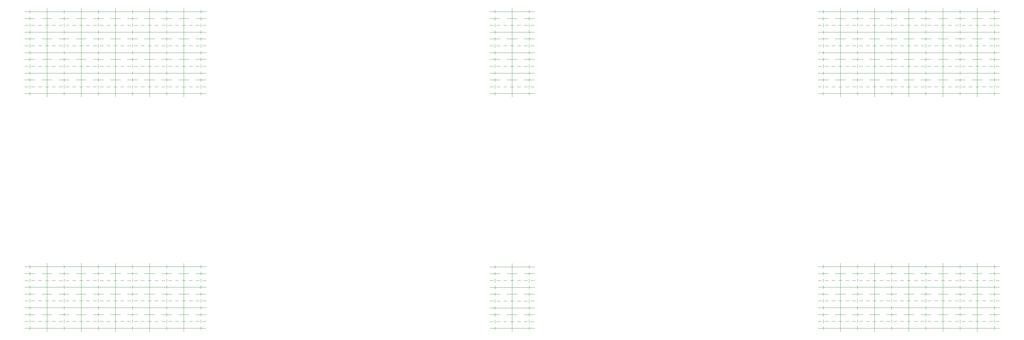
<source format=gbo>
%TF.GenerationSoftware,KiCad,Pcbnew,(5.1.10-1-10_14)*%
%TF.CreationDate,2021-07-02T05:57:47+09:00*%
%TF.ProjectId,Jones_plate_bottom,4a6f6e65-735f-4706-9c61-74655f626f74,rev?*%
%TF.SameCoordinates,Original*%
%TF.FileFunction,Legend,Bot*%
%TF.FilePolarity,Positive*%
%FSLAX46Y46*%
G04 Gerber Fmt 4.6, Leading zero omitted, Abs format (unit mm)*
G04 Created by KiCad (PCBNEW (5.1.10-1-10_14)) date 2021-07-02 05:57:47*
%MOMM*%
%LPD*%
G01*
G04 APERTURE LIST*
%ADD10C,0.120000*%
G04 APERTURE END LIST*
D10*
X163425000Y-40000000D02*
X164425000Y-40000000D01*
X162925000Y-25500000D02*
X162925000Y-26500000D01*
X152925000Y-25500000D02*
X152925000Y-26500000D01*
X159425000Y-22000000D02*
X160425000Y-22000000D01*
X161425000Y-26000000D02*
X164425000Y-26000000D01*
X151425000Y-26000000D02*
X154425000Y-26000000D01*
X151425000Y-36000000D02*
X164500000Y-36000000D01*
X153425000Y-40000000D02*
X154425000Y-40000000D01*
X163425000Y-22000000D02*
X164425000Y-22000000D01*
X153425000Y-22000000D02*
X154425000Y-22000000D01*
X159425000Y-34000000D02*
X160425000Y-34000000D01*
X161425000Y-34000000D02*
X162425000Y-34000000D01*
X151425000Y-34000000D02*
X152425000Y-34000000D01*
X162925000Y-29500000D02*
X162925000Y-30500000D01*
X152925000Y-29500000D02*
X152925000Y-30500000D01*
X161425000Y-28000000D02*
X162425000Y-28000000D01*
X151425000Y-28000000D02*
X152425000Y-28000000D01*
X151425000Y-42000000D02*
X164500000Y-42000000D01*
X161425000Y-22000000D02*
X162425000Y-22000000D01*
X151425000Y-22000000D02*
X152425000Y-22000000D01*
X153425000Y-28000000D02*
X154425000Y-28000000D01*
X157925000Y-17000000D02*
X157925000Y-35000000D01*
X151425000Y-32000000D02*
X154425000Y-32000000D01*
X161425000Y-32000000D02*
X164425000Y-32000000D01*
X159425000Y-28000000D02*
X160425000Y-28000000D01*
X152925000Y-27500000D02*
X152925000Y-28500000D01*
X162925000Y-27500000D02*
X162925000Y-28500000D01*
X157925000Y-35000000D02*
X157925000Y-43000000D01*
X162925000Y-41500000D02*
X162925000Y-42500000D01*
X152925000Y-41500000D02*
X152925000Y-42500000D01*
X155425000Y-22000000D02*
X156425000Y-22000000D01*
X162925000Y-35500000D02*
X162925000Y-36500000D01*
X152925000Y-35500000D02*
X152925000Y-36500000D01*
X162925000Y-37500000D02*
X162925000Y-38500000D01*
X152925000Y-37500000D02*
X152925000Y-38500000D01*
X162925000Y-19500000D02*
X162925000Y-20500000D01*
X152925000Y-19500000D02*
X152925000Y-20500000D01*
X161425000Y-20000000D02*
X164425000Y-20000000D01*
X151425000Y-20000000D02*
X154425000Y-20000000D01*
X152925000Y-31500000D02*
X152925000Y-32500000D01*
X163425000Y-34000000D02*
X164425000Y-34000000D01*
X153425000Y-34000000D02*
X154425000Y-34000000D01*
X162925000Y-39500000D02*
X162925000Y-40500000D01*
X152925000Y-39500000D02*
X152925000Y-40500000D01*
X157425000Y-40000000D02*
X158425000Y-40000000D01*
X162925000Y-17500000D02*
X162925000Y-18500000D01*
X152925000Y-17500000D02*
X152925000Y-18500000D01*
X161425000Y-40000000D02*
X162425000Y-40000000D01*
X151425000Y-40000000D02*
X152425000Y-40000000D01*
X157425000Y-22000000D02*
X158425000Y-22000000D01*
X162925000Y-23500000D02*
X162925000Y-24500000D01*
X152925000Y-23500000D02*
X152925000Y-24500000D01*
X155425000Y-28000000D02*
X156425000Y-28000000D01*
X156425000Y-26000000D02*
X159425000Y-26000000D01*
X163425000Y-28000000D02*
X164425000Y-28000000D01*
X151425000Y-18000000D02*
X164500000Y-18000000D01*
X162925000Y-31500000D02*
X162925000Y-32500000D01*
X155425000Y-40000000D02*
X156425000Y-40000000D01*
X156425000Y-32000000D02*
X159425000Y-32000000D01*
X161425000Y-38000000D02*
X164425000Y-38000000D01*
X151425000Y-38000000D02*
X154425000Y-38000000D01*
X162925000Y-21500000D02*
X162925000Y-22500000D01*
X152925000Y-21500000D02*
X152925000Y-22500000D01*
X151425000Y-30000000D02*
X164500000Y-30000000D01*
X159425000Y-40000000D02*
X160425000Y-40000000D01*
X162925000Y-33500000D02*
X162925000Y-34500000D01*
X152925000Y-33500000D02*
X152925000Y-34500000D01*
X157425000Y-28000000D02*
X158425000Y-28000000D01*
X155425000Y-34000000D02*
X156425000Y-34000000D01*
X151425000Y-24000000D02*
X164500000Y-24000000D01*
X156425000Y-20000000D02*
X159425000Y-20000000D01*
X156425000Y-38000000D02*
X159425000Y-38000000D01*
X157425000Y-34000000D02*
X158425000Y-34000000D01*
X157425000Y-102750000D02*
X158425000Y-102750000D01*
X161425000Y-96750000D02*
X162425000Y-96750000D01*
X151425000Y-106750000D02*
X154425000Y-106750000D01*
X161425000Y-106750000D02*
X164425000Y-106750000D01*
X151425000Y-96750000D02*
X152425000Y-96750000D01*
X162925000Y-98250000D02*
X162925000Y-99250000D01*
X157925000Y-91750000D02*
X157925000Y-111750000D01*
X152925000Y-100250000D02*
X152925000Y-101250000D01*
X157425000Y-108750000D02*
X158425000Y-108750000D01*
X162925000Y-94250000D02*
X162925000Y-95250000D01*
X161425000Y-102750000D02*
X162425000Y-102750000D01*
X151425000Y-92750000D02*
X164500000Y-92750000D01*
X152925000Y-106250000D02*
X152925000Y-107250000D01*
X155425000Y-108750000D02*
X156425000Y-108750000D01*
X151425000Y-98750000D02*
X164500000Y-98750000D01*
X162925000Y-108250000D02*
X162925000Y-109250000D01*
X159425000Y-102750000D02*
X160425000Y-102750000D01*
X161425000Y-100750000D02*
X164425000Y-100750000D01*
X163425000Y-102750000D02*
X164425000Y-102750000D01*
X159425000Y-96750000D02*
X160425000Y-96750000D01*
X152925000Y-108250000D02*
X152925000Y-109250000D01*
X156425000Y-94750000D02*
X159425000Y-94750000D01*
X151425000Y-100750000D02*
X154425000Y-100750000D01*
X152925000Y-102250000D02*
X152925000Y-103250000D01*
X162925000Y-100250000D02*
X162925000Y-101250000D01*
X151425000Y-104750000D02*
X164500000Y-104750000D01*
X153425000Y-102750000D02*
X154425000Y-102750000D01*
X151425000Y-102750000D02*
X152425000Y-102750000D01*
X155425000Y-96750000D02*
X156425000Y-96750000D01*
X151425000Y-110750000D02*
X164500000Y-110750000D01*
X162925000Y-110250000D02*
X162925000Y-111250000D01*
X152925000Y-110250000D02*
X152925000Y-111250000D01*
X162925000Y-92250000D02*
X162925000Y-93250000D01*
X152925000Y-104250000D02*
X152925000Y-105250000D01*
X157425000Y-96750000D02*
X158425000Y-96750000D01*
X152925000Y-98250000D02*
X152925000Y-99250000D01*
X152925000Y-92250000D02*
X152925000Y-93250000D01*
X162925000Y-106250000D02*
X162925000Y-107250000D01*
X156425000Y-100750000D02*
X159425000Y-100750000D01*
X162925000Y-102250000D02*
X162925000Y-103250000D01*
X161425000Y-108750000D02*
X162425000Y-108750000D01*
X151425000Y-108750000D02*
X152425000Y-108750000D01*
X153425000Y-96750000D02*
X154425000Y-96750000D01*
X162925000Y-104250000D02*
X162925000Y-105250000D01*
X163425000Y-108750000D02*
X164425000Y-108750000D01*
X153425000Y-108750000D02*
X154425000Y-108750000D01*
X159425000Y-108750000D02*
X160425000Y-108750000D01*
X161425000Y-94750000D02*
X164425000Y-94750000D01*
X151425000Y-94750000D02*
X154425000Y-94750000D01*
X162925000Y-96250000D02*
X162925000Y-97250000D01*
X152925000Y-96250000D02*
X152925000Y-97250000D01*
X155425000Y-102750000D02*
X156425000Y-102750000D01*
X156425000Y-106750000D02*
X159425000Y-106750000D01*
X152925000Y-94250000D02*
X152925000Y-95250000D01*
X163425000Y-96750000D02*
X164425000Y-96750000D01*
X268850000Y-100200000D02*
X268850000Y-101200000D01*
X273350000Y-108700000D02*
X274350000Y-108700000D01*
X298850000Y-100200000D02*
X298850000Y-101200000D01*
X298850000Y-94200000D02*
X298850000Y-95200000D01*
X288850000Y-94200000D02*
X288850000Y-95200000D01*
X278850000Y-94200000D02*
X278850000Y-95200000D01*
X287350000Y-102700000D02*
X288350000Y-102700000D01*
X277350000Y-102700000D02*
X278350000Y-102700000D01*
X258850000Y-106200000D02*
X258850000Y-107200000D01*
X277350000Y-92700000D02*
X287350000Y-92700000D01*
X267350000Y-92700000D02*
X277350000Y-92700000D01*
X268850000Y-106200000D02*
X268850000Y-107200000D01*
X288850000Y-100200000D02*
X288850000Y-101200000D01*
X263850000Y-91700000D02*
X263850000Y-111700000D01*
X298850000Y-104200000D02*
X298850000Y-105200000D01*
X257350000Y-92700000D02*
X267350000Y-92700000D01*
X287350000Y-110700000D02*
X297350000Y-110700000D01*
X281350000Y-108700000D02*
X282350000Y-108700000D01*
X271350000Y-108700000D02*
X272350000Y-108700000D01*
X277350000Y-110700000D02*
X287350000Y-110700000D01*
X287350000Y-98700000D02*
X297350000Y-98700000D01*
X267350000Y-98700000D02*
X277350000Y-98700000D01*
X257350000Y-98700000D02*
X267350000Y-98700000D01*
X288850000Y-104200000D02*
X288850000Y-105200000D01*
X263350000Y-102700000D02*
X264350000Y-102700000D01*
X291350000Y-108700000D02*
X292350000Y-108700000D01*
X288850000Y-108200000D02*
X288850000Y-109200000D01*
X278850000Y-108200000D02*
X278850000Y-109200000D01*
X261350000Y-108700000D02*
X262350000Y-108700000D01*
X298850000Y-108200000D02*
X298850000Y-109200000D01*
X285350000Y-102700000D02*
X286350000Y-102700000D01*
X275350000Y-102700000D02*
X276350000Y-102700000D01*
X287350000Y-100700000D02*
X290350000Y-100700000D01*
X277350000Y-100700000D02*
X280350000Y-100700000D01*
X279350000Y-102700000D02*
X280350000Y-102700000D01*
X259350000Y-102700000D02*
X260350000Y-102700000D01*
X291350000Y-96700000D02*
X292350000Y-96700000D01*
X281350000Y-96700000D02*
X282350000Y-96700000D01*
X285350000Y-96700000D02*
X286350000Y-96700000D01*
X275350000Y-96700000D02*
X276350000Y-96700000D01*
X258850000Y-108200000D02*
X258850000Y-109200000D01*
X292350000Y-94700000D02*
X295350000Y-94700000D01*
X265350000Y-96700000D02*
X266350000Y-96700000D01*
X293850000Y-91700000D02*
X293850000Y-111700000D01*
X297350000Y-98700000D02*
X300350000Y-98700000D01*
X295350000Y-102700000D02*
X296350000Y-102700000D01*
X268850000Y-108200000D02*
X268850000Y-109200000D01*
X287350000Y-104700000D02*
X297350000Y-104700000D01*
X261350000Y-96700000D02*
X262350000Y-96700000D01*
X293350000Y-102700000D02*
X294350000Y-102700000D01*
X248850000Y-106200000D02*
X248850000Y-107200000D01*
X248850000Y-100200000D02*
X248850000Y-101200000D01*
X247350000Y-106700000D02*
X250350000Y-106700000D01*
X247350000Y-96700000D02*
X248350000Y-96700000D01*
X282350000Y-94700000D02*
X285350000Y-94700000D01*
X272350000Y-94700000D02*
X275350000Y-94700000D01*
X267350000Y-100700000D02*
X270350000Y-100700000D01*
X257350000Y-100700000D02*
X260350000Y-100700000D01*
X268850000Y-102200000D02*
X268850000Y-103200000D01*
X297350000Y-100700000D02*
X300350000Y-100700000D01*
X277350000Y-104700000D02*
X287350000Y-104700000D01*
X258850000Y-102200000D02*
X258850000Y-103200000D01*
X297350000Y-102700000D02*
X298350000Y-102700000D01*
X257350000Y-106700000D02*
X260350000Y-106700000D01*
X278850000Y-100200000D02*
X278850000Y-101200000D01*
X267350000Y-104700000D02*
X277350000Y-104700000D01*
X277350000Y-98700000D02*
X287350000Y-98700000D01*
X269350000Y-102700000D02*
X270350000Y-102700000D01*
X267350000Y-102700000D02*
X268350000Y-102700000D01*
X248850000Y-102200000D02*
X248850000Y-103200000D01*
X247350000Y-102700000D02*
X248350000Y-102700000D01*
X249350000Y-102700000D02*
X250350000Y-102700000D01*
X253350000Y-108700000D02*
X254350000Y-108700000D01*
X283350000Y-108700000D02*
X284350000Y-108700000D01*
X271350000Y-96700000D02*
X272350000Y-96700000D01*
X297350000Y-110700000D02*
X300350000Y-110700000D01*
X267350000Y-110700000D02*
X277350000Y-110700000D01*
X257350000Y-110700000D02*
X267350000Y-110700000D01*
X247350000Y-110700000D02*
X257350000Y-110700000D01*
X247350000Y-104700000D02*
X257350000Y-104700000D01*
X247350000Y-98700000D02*
X257350000Y-98700000D01*
X299350000Y-96700000D02*
X300350000Y-96700000D01*
X289350000Y-96700000D02*
X290350000Y-96700000D01*
X278850000Y-110200000D02*
X278850000Y-111200000D01*
X268850000Y-110200000D02*
X268850000Y-111200000D01*
X258850000Y-110200000D02*
X258850000Y-111200000D01*
X248850000Y-110200000D02*
X248850000Y-111200000D01*
X298850000Y-92200000D02*
X298850000Y-93200000D01*
X288850000Y-92200000D02*
X288850000Y-93200000D01*
X278850000Y-92200000D02*
X278850000Y-93200000D01*
X288850000Y-96200000D02*
X288850000Y-97200000D01*
X268850000Y-104200000D02*
X268850000Y-105200000D01*
X258850000Y-104200000D02*
X258850000Y-105200000D01*
X287350000Y-96700000D02*
X288350000Y-96700000D01*
X283350000Y-96700000D02*
X284350000Y-96700000D01*
X273350000Y-96700000D02*
X274350000Y-96700000D01*
X263350000Y-96700000D02*
X264350000Y-96700000D01*
X292350000Y-106700000D02*
X295350000Y-106700000D01*
X282350000Y-106700000D02*
X285350000Y-106700000D01*
X268850000Y-98200000D02*
X268850000Y-99200000D01*
X258850000Y-98200000D02*
X258850000Y-99200000D01*
X298850000Y-96200000D02*
X298850000Y-97200000D01*
X268850000Y-92200000D02*
X268850000Y-93200000D01*
X258850000Y-92200000D02*
X258850000Y-93200000D01*
X278850000Y-106200000D02*
X278850000Y-107200000D01*
X288850000Y-106200000D02*
X288850000Y-107200000D01*
X257350000Y-104700000D02*
X267350000Y-104700000D01*
X292350000Y-100700000D02*
X295350000Y-100700000D01*
X282350000Y-100700000D02*
X285350000Y-100700000D01*
X272350000Y-100700000D02*
X275350000Y-100700000D01*
X262350000Y-100700000D02*
X265350000Y-100700000D01*
X298850000Y-98200000D02*
X298850000Y-99200000D01*
X262350000Y-94700000D02*
X265350000Y-94700000D01*
X278850000Y-102200000D02*
X278850000Y-103200000D01*
X265350000Y-102700000D02*
X266350000Y-102700000D01*
X295350000Y-96700000D02*
X296350000Y-96700000D01*
X293350000Y-96700000D02*
X294350000Y-96700000D01*
X298850000Y-102200000D02*
X298850000Y-103200000D01*
X288850000Y-102200000D02*
X288850000Y-103200000D01*
X297350000Y-108700000D02*
X298350000Y-108700000D01*
X248850000Y-104200000D02*
X248850000Y-105200000D01*
X257350000Y-108700000D02*
X258350000Y-108700000D01*
X299350000Y-108700000D02*
X300350000Y-108700000D01*
X287350000Y-108700000D02*
X288350000Y-108700000D01*
X277350000Y-108700000D02*
X278350000Y-108700000D01*
X267350000Y-108700000D02*
X268350000Y-108700000D01*
X293350000Y-108700000D02*
X294350000Y-108700000D01*
X298850000Y-106200000D02*
X298850000Y-107200000D01*
X272350000Y-106700000D02*
X275350000Y-106700000D01*
X262350000Y-106700000D02*
X265350000Y-106700000D01*
X257350000Y-96700000D02*
X258350000Y-96700000D01*
X299350000Y-102700000D02*
X300350000Y-102700000D01*
X248850000Y-108200000D02*
X248850000Y-109200000D01*
X252350000Y-94700000D02*
X255350000Y-94700000D01*
X247350000Y-100700000D02*
X250350000Y-100700000D01*
X247350000Y-92700000D02*
X257350000Y-92700000D01*
X268850000Y-94200000D02*
X268850000Y-95200000D01*
X258850000Y-94200000D02*
X258850000Y-95200000D01*
X279350000Y-96700000D02*
X280350000Y-96700000D01*
X269350000Y-96700000D02*
X270350000Y-96700000D01*
X259350000Y-96700000D02*
X260350000Y-96700000D01*
X295350000Y-108700000D02*
X296350000Y-108700000D01*
X278850000Y-104200000D02*
X278850000Y-105200000D01*
X297350000Y-104700000D02*
X300350000Y-104700000D01*
X289350000Y-108700000D02*
X290350000Y-108700000D01*
X279350000Y-108700000D02*
X280350000Y-108700000D01*
X269350000Y-108700000D02*
X270350000Y-108700000D01*
X285350000Y-108700000D02*
X286350000Y-108700000D01*
X275350000Y-108700000D02*
X276350000Y-108700000D01*
X265350000Y-108700000D02*
X266350000Y-108700000D01*
X277350000Y-94700000D02*
X280350000Y-94700000D01*
X267350000Y-94700000D02*
X270350000Y-94700000D01*
X257350000Y-94700000D02*
X260350000Y-94700000D01*
X278850000Y-96200000D02*
X278850000Y-97200000D01*
X268850000Y-96200000D02*
X268850000Y-97200000D01*
X258850000Y-96200000D02*
X258850000Y-97200000D01*
X291350000Y-102700000D02*
X292350000Y-102700000D01*
X281350000Y-102700000D02*
X282350000Y-102700000D01*
X271350000Y-102700000D02*
X272350000Y-102700000D01*
X261350000Y-102700000D02*
X262350000Y-102700000D01*
X249350000Y-96700000D02*
X250350000Y-96700000D01*
X255350000Y-108700000D02*
X256350000Y-108700000D01*
X247350000Y-108700000D02*
X248350000Y-108700000D01*
X249350000Y-108700000D02*
X250350000Y-108700000D01*
X247350000Y-94700000D02*
X250350000Y-94700000D01*
X252350000Y-100700000D02*
X255350000Y-100700000D01*
X248850000Y-98200000D02*
X248850000Y-99200000D01*
X248850000Y-96200000D02*
X248850000Y-97200000D01*
X251350000Y-102700000D02*
X252350000Y-102700000D01*
X253350000Y-96700000D02*
X254350000Y-96700000D01*
X252350000Y-106700000D02*
X255350000Y-106700000D01*
X297350000Y-106700000D02*
X300350000Y-106700000D01*
X248850000Y-92200000D02*
X248850000Y-93200000D01*
X248850000Y-94200000D02*
X248850000Y-95200000D01*
X251350000Y-96700000D02*
X252350000Y-96700000D01*
X253350000Y-102700000D02*
X254350000Y-102700000D01*
X251350000Y-108700000D02*
X252350000Y-108700000D01*
X283850000Y-91700000D02*
X283850000Y-111700000D01*
X273850000Y-91700000D02*
X273850000Y-111700000D01*
X287350000Y-106700000D02*
X290350000Y-106700000D01*
X267350000Y-106700000D02*
X270350000Y-106700000D01*
X277350000Y-106700000D02*
X280350000Y-106700000D01*
X257350000Y-102700000D02*
X258350000Y-102700000D01*
X259350000Y-108700000D02*
X260350000Y-108700000D01*
X297350000Y-94700000D02*
X300350000Y-94700000D01*
X287350000Y-94700000D02*
X290350000Y-94700000D01*
X288850000Y-98200000D02*
X288850000Y-99200000D01*
X278850000Y-98200000D02*
X278850000Y-99200000D01*
X255350000Y-102700000D02*
X256350000Y-102700000D01*
X255350000Y-96700000D02*
X256350000Y-96700000D01*
X253850000Y-91700000D02*
X253850000Y-111700000D01*
X283350000Y-102700000D02*
X284350000Y-102700000D01*
X273350000Y-102700000D02*
X274350000Y-102700000D01*
X277350000Y-96700000D02*
X278350000Y-96700000D01*
X289350000Y-102700000D02*
X290350000Y-102700000D01*
X263350000Y-108700000D02*
X264350000Y-108700000D01*
X258850000Y-100200000D02*
X258850000Y-101200000D01*
X267350000Y-96700000D02*
X268350000Y-96700000D01*
X298850000Y-110200000D02*
X298850000Y-111200000D01*
X288850000Y-110200000D02*
X288850000Y-111200000D01*
X297350000Y-92700000D02*
X300350000Y-92700000D01*
X287350000Y-92700000D02*
X297350000Y-92700000D01*
X297350000Y-96700000D02*
X298350000Y-96700000D01*
X45500000Y-104700000D02*
X55500000Y-104700000D01*
X27000000Y-102200000D02*
X27000000Y-103200000D01*
X65500000Y-102700000D02*
X66500000Y-102700000D01*
X25500000Y-106700000D02*
X28500000Y-106700000D01*
X47000000Y-100200000D02*
X47000000Y-101200000D01*
X35500000Y-104700000D02*
X45500000Y-104700000D01*
X45500000Y-98700000D02*
X55500000Y-98700000D01*
X37500000Y-102700000D02*
X38500000Y-102700000D01*
X35500000Y-102700000D02*
X36500000Y-102700000D01*
X17000000Y-102200000D02*
X17000000Y-103200000D01*
X15500000Y-102700000D02*
X16500000Y-102700000D01*
X17500000Y-102700000D02*
X18500000Y-102700000D01*
X21500000Y-108700000D02*
X22500000Y-108700000D01*
X17000000Y-106200000D02*
X17000000Y-107200000D01*
X17000000Y-100200000D02*
X17000000Y-101200000D01*
X15500000Y-106700000D02*
X18500000Y-106700000D01*
X15500000Y-96700000D02*
X16500000Y-96700000D01*
X17500000Y-96700000D02*
X18500000Y-96700000D01*
X23500000Y-108700000D02*
X24500000Y-108700000D01*
X15500000Y-108700000D02*
X16500000Y-108700000D01*
X17500000Y-108700000D02*
X18500000Y-108700000D01*
X15500000Y-94700000D02*
X18500000Y-94700000D01*
X20500000Y-100700000D02*
X23500000Y-100700000D01*
X17000000Y-98200000D02*
X17000000Y-99200000D01*
X17000000Y-96200000D02*
X17000000Y-97200000D01*
X19500000Y-102700000D02*
X20500000Y-102700000D01*
X21500000Y-96700000D02*
X22500000Y-96700000D01*
X20500000Y-106700000D02*
X23500000Y-106700000D01*
X65500000Y-106700000D02*
X68500000Y-106700000D01*
X17000000Y-92200000D02*
X17000000Y-93200000D01*
X17000000Y-94200000D02*
X17000000Y-95200000D01*
X19500000Y-96700000D02*
X20500000Y-96700000D01*
X21500000Y-102700000D02*
X22500000Y-102700000D01*
X19500000Y-108700000D02*
X20500000Y-108700000D01*
X17000000Y-108200000D02*
X17000000Y-109200000D01*
X20500000Y-94700000D02*
X23500000Y-94700000D01*
X15500000Y-100700000D02*
X18500000Y-100700000D01*
X15500000Y-92700000D02*
X25500000Y-92700000D01*
X15500000Y-104700000D02*
X25500000Y-104700000D01*
X15500000Y-98700000D02*
X25500000Y-98700000D01*
X67500000Y-96700000D02*
X68500000Y-96700000D01*
X57500000Y-96700000D02*
X58500000Y-96700000D01*
X47500000Y-96700000D02*
X48500000Y-96700000D01*
X37500000Y-96700000D02*
X38500000Y-96700000D01*
X27500000Y-96700000D02*
X28500000Y-96700000D01*
X63500000Y-108700000D02*
X64500000Y-108700000D01*
X53500000Y-108700000D02*
X54500000Y-108700000D01*
X43500000Y-108700000D02*
X44500000Y-108700000D01*
X33500000Y-108700000D02*
X34500000Y-108700000D01*
X45500000Y-94700000D02*
X48500000Y-94700000D01*
X35500000Y-94700000D02*
X38500000Y-94700000D01*
X25500000Y-94700000D02*
X28500000Y-94700000D01*
X47000000Y-96200000D02*
X47000000Y-97200000D01*
X37000000Y-96200000D02*
X37000000Y-97200000D01*
X27000000Y-96200000D02*
X27000000Y-97200000D01*
X59500000Y-102700000D02*
X60500000Y-102700000D01*
X49500000Y-102700000D02*
X50500000Y-102700000D01*
X39500000Y-102700000D02*
X40500000Y-102700000D01*
X29500000Y-102700000D02*
X30500000Y-102700000D01*
X61500000Y-96700000D02*
X62500000Y-96700000D01*
X67000000Y-102200000D02*
X67000000Y-103200000D01*
X57000000Y-102200000D02*
X57000000Y-103200000D01*
X65500000Y-108700000D02*
X66500000Y-108700000D01*
X55500000Y-108700000D02*
X56500000Y-108700000D01*
X45500000Y-108700000D02*
X46500000Y-108700000D01*
X35500000Y-108700000D02*
X36500000Y-108700000D01*
X61500000Y-108700000D02*
X62500000Y-108700000D01*
X67000000Y-106200000D02*
X67000000Y-107200000D01*
X45500000Y-96700000D02*
X46500000Y-96700000D01*
X57500000Y-102700000D02*
X58500000Y-102700000D01*
X31500000Y-108700000D02*
X32500000Y-108700000D01*
X27000000Y-100200000D02*
X27000000Y-101200000D01*
X35500000Y-96700000D02*
X36500000Y-96700000D01*
X67000000Y-110200000D02*
X67000000Y-111200000D01*
X57000000Y-110200000D02*
X57000000Y-111200000D01*
X47000000Y-110200000D02*
X47000000Y-111200000D01*
X37000000Y-110200000D02*
X37000000Y-111200000D01*
X27000000Y-110200000D02*
X27000000Y-111200000D01*
X17000000Y-110200000D02*
X17000000Y-111200000D01*
X67000000Y-92200000D02*
X67000000Y-93200000D01*
X57000000Y-92200000D02*
X57000000Y-93200000D01*
X47000000Y-92200000D02*
X47000000Y-93200000D01*
X37000000Y-92200000D02*
X37000000Y-93200000D01*
X27000000Y-92200000D02*
X27000000Y-93200000D01*
X47000000Y-106200000D02*
X47000000Y-107200000D01*
X57000000Y-106200000D02*
X57000000Y-107200000D01*
X25500000Y-104700000D02*
X35500000Y-104700000D01*
X60500000Y-100700000D02*
X63500000Y-100700000D01*
X50500000Y-100700000D02*
X53500000Y-100700000D01*
X40500000Y-100700000D02*
X43500000Y-100700000D01*
X30500000Y-100700000D02*
X33500000Y-100700000D01*
X67000000Y-98200000D02*
X67000000Y-99200000D01*
X57000000Y-98200000D02*
X57000000Y-99200000D01*
X47000000Y-98200000D02*
X47000000Y-99200000D01*
X23500000Y-102700000D02*
X24500000Y-102700000D01*
X23500000Y-96700000D02*
X24500000Y-96700000D01*
X22000000Y-91700000D02*
X22000000Y-111700000D01*
X17000000Y-104200000D02*
X17000000Y-105200000D01*
X25500000Y-108700000D02*
X26500000Y-108700000D01*
X67500000Y-108700000D02*
X68500000Y-108700000D01*
X57500000Y-108700000D02*
X58500000Y-108700000D01*
X47500000Y-108700000D02*
X48500000Y-108700000D01*
X37500000Y-108700000D02*
X38500000Y-108700000D01*
X27500000Y-108700000D02*
X28500000Y-108700000D01*
X65500000Y-94700000D02*
X68500000Y-94700000D01*
X55500000Y-94700000D02*
X58500000Y-94700000D01*
X37000000Y-98200000D02*
X37000000Y-99200000D01*
X27000000Y-98200000D02*
X27000000Y-99200000D01*
X67000000Y-96200000D02*
X67000000Y-97200000D01*
X57000000Y-96200000D02*
X57000000Y-97200000D01*
X37000000Y-104200000D02*
X37000000Y-105200000D01*
X27000000Y-104200000D02*
X27000000Y-105200000D01*
X55500000Y-96700000D02*
X56500000Y-96700000D01*
X51500000Y-96700000D02*
X52500000Y-96700000D01*
X41500000Y-96700000D02*
X42500000Y-96700000D01*
X31500000Y-96700000D02*
X32500000Y-96700000D01*
X60500000Y-106700000D02*
X63500000Y-106700000D01*
X50500000Y-106700000D02*
X53500000Y-106700000D01*
X40500000Y-106700000D02*
X43500000Y-106700000D01*
X30500000Y-106700000D02*
X33500000Y-106700000D01*
X25500000Y-96700000D02*
X26500000Y-96700000D01*
X67500000Y-102700000D02*
X68500000Y-102700000D01*
X52000000Y-91700000D02*
X52000000Y-111700000D01*
X42000000Y-91700000D02*
X42000000Y-111700000D01*
X55500000Y-106700000D02*
X58500000Y-106700000D01*
X35500000Y-106700000D02*
X38500000Y-106700000D01*
X45500000Y-106700000D02*
X48500000Y-106700000D01*
X25500000Y-102700000D02*
X26500000Y-102700000D01*
X37000000Y-100200000D02*
X37000000Y-101200000D01*
X41500000Y-108700000D02*
X42500000Y-108700000D01*
X67000000Y-100200000D02*
X67000000Y-101200000D01*
X67000000Y-94200000D02*
X67000000Y-95200000D01*
X57000000Y-94200000D02*
X57000000Y-95200000D01*
X47000000Y-94200000D02*
X47000000Y-95200000D01*
X55500000Y-102700000D02*
X56500000Y-102700000D01*
X45500000Y-102700000D02*
X46500000Y-102700000D01*
X27000000Y-106200000D02*
X27000000Y-107200000D01*
X37000000Y-106200000D02*
X37000000Y-107200000D01*
X57000000Y-100200000D02*
X57000000Y-101200000D01*
X32000000Y-91700000D02*
X32000000Y-111700000D01*
X67000000Y-104200000D02*
X67000000Y-105200000D01*
X25500000Y-92700000D02*
X35500000Y-92700000D01*
X55500000Y-110700000D02*
X65500000Y-110700000D01*
X45500000Y-110700000D02*
X55500000Y-110700000D01*
X55500000Y-98700000D02*
X65500000Y-98700000D01*
X35500000Y-98700000D02*
X45500000Y-98700000D01*
X65500000Y-98700000D02*
X68500000Y-98700000D01*
X63500000Y-102700000D02*
X64500000Y-102700000D01*
X53500000Y-102700000D02*
X54500000Y-102700000D01*
X43500000Y-102700000D02*
X44500000Y-102700000D01*
X33500000Y-102700000D02*
X34500000Y-102700000D01*
X63500000Y-96700000D02*
X64500000Y-96700000D01*
X53500000Y-96700000D02*
X54500000Y-96700000D01*
X43500000Y-96700000D02*
X44500000Y-96700000D01*
X33500000Y-96700000D02*
X34500000Y-96700000D01*
X62000000Y-91700000D02*
X62000000Y-111700000D01*
X37000000Y-94200000D02*
X37000000Y-95200000D01*
X27000000Y-94200000D02*
X27000000Y-95200000D01*
X59500000Y-96700000D02*
X60500000Y-96700000D01*
X49500000Y-96700000D02*
X50500000Y-96700000D01*
X51500000Y-108700000D02*
X52500000Y-108700000D01*
X39500000Y-96700000D02*
X40500000Y-96700000D01*
X29500000Y-96700000D02*
X30500000Y-96700000D01*
X61500000Y-102700000D02*
X62500000Y-102700000D01*
X51500000Y-102700000D02*
X52500000Y-102700000D01*
X41500000Y-102700000D02*
X42500000Y-102700000D01*
X31500000Y-102700000D02*
X32500000Y-102700000D01*
X59500000Y-108700000D02*
X60500000Y-108700000D01*
X49500000Y-108700000D02*
X50500000Y-108700000D01*
X39500000Y-108700000D02*
X40500000Y-108700000D01*
X29500000Y-108700000D02*
X30500000Y-108700000D01*
X67000000Y-108200000D02*
X67000000Y-109200000D01*
X27000000Y-108200000D02*
X27000000Y-109200000D01*
X60500000Y-94700000D02*
X63500000Y-94700000D01*
X50500000Y-94700000D02*
X53500000Y-94700000D01*
X40500000Y-94700000D02*
X43500000Y-94700000D01*
X30500000Y-94700000D02*
X33500000Y-94700000D01*
X47000000Y-102200000D02*
X47000000Y-103200000D01*
X37000000Y-102200000D02*
X37000000Y-103200000D01*
X65500000Y-100700000D02*
X68500000Y-100700000D01*
X55500000Y-100700000D02*
X58500000Y-100700000D01*
X45500000Y-100700000D02*
X48500000Y-100700000D01*
X35500000Y-100700000D02*
X38500000Y-100700000D01*
X25500000Y-100700000D02*
X28500000Y-100700000D01*
X65500000Y-110700000D02*
X68500000Y-110700000D01*
X35500000Y-110700000D02*
X45500000Y-110700000D01*
X25500000Y-110700000D02*
X35500000Y-110700000D01*
X15500000Y-110700000D02*
X25500000Y-110700000D01*
X65500000Y-92700000D02*
X68500000Y-92700000D01*
X55500000Y-92700000D02*
X65500000Y-92700000D01*
X25500000Y-98700000D02*
X35500000Y-98700000D01*
X57000000Y-104200000D02*
X57000000Y-105200000D01*
X47000000Y-104200000D02*
X47000000Y-105200000D01*
X65500000Y-104700000D02*
X68500000Y-104700000D01*
X45500000Y-92700000D02*
X55500000Y-92700000D01*
X35500000Y-92700000D02*
X45500000Y-92700000D01*
X57000000Y-108200000D02*
X57000000Y-109200000D01*
X47000000Y-108200000D02*
X47000000Y-109200000D01*
X37000000Y-108200000D02*
X37000000Y-109200000D01*
X55500000Y-104700000D02*
X65500000Y-104700000D01*
X47500000Y-102700000D02*
X48500000Y-102700000D01*
X27500000Y-102700000D02*
X28500000Y-102700000D01*
X65500000Y-96700000D02*
X66500000Y-96700000D01*
X275350000Y-40000000D02*
X276350000Y-40000000D01*
X257350000Y-40000000D02*
X258350000Y-40000000D01*
X283850000Y-17000000D02*
X283850000Y-35000000D01*
X247350000Y-38000000D02*
X250350000Y-38000000D01*
X278850000Y-23500000D02*
X278850000Y-24500000D01*
X268850000Y-23500000D02*
X268850000Y-24500000D01*
X257350000Y-38000000D02*
X260350000Y-38000000D01*
X283350000Y-28000000D02*
X284350000Y-28000000D01*
X283350000Y-34000000D02*
X284350000Y-34000000D01*
X299350000Y-22000000D02*
X300350000Y-22000000D01*
X252350000Y-20000000D02*
X255350000Y-20000000D01*
X247350000Y-26000000D02*
X250350000Y-26000000D01*
X247350000Y-18000000D02*
X257350000Y-18000000D01*
X247350000Y-30000000D02*
X257350000Y-30000000D01*
X297350000Y-28000000D02*
X298350000Y-28000000D01*
X287350000Y-28000000D02*
X288350000Y-28000000D01*
X278850000Y-29500000D02*
X278850000Y-30500000D01*
X268850000Y-29500000D02*
X268850000Y-30500000D01*
X277350000Y-42000000D02*
X287350000Y-42000000D01*
X277350000Y-28000000D02*
X278350000Y-28000000D01*
X267350000Y-28000000D02*
X268350000Y-28000000D01*
X257350000Y-28000000D02*
X258350000Y-28000000D01*
X297350000Y-40000000D02*
X298350000Y-40000000D01*
X287350000Y-40000000D02*
X288350000Y-40000000D01*
X289350000Y-40000000D02*
X290350000Y-40000000D01*
X279350000Y-40000000D02*
X280350000Y-40000000D01*
X278850000Y-25500000D02*
X278850000Y-26500000D01*
X268850000Y-25500000D02*
X268850000Y-26500000D01*
X285350000Y-22000000D02*
X286350000Y-22000000D01*
X275350000Y-22000000D02*
X276350000Y-22000000D01*
X258850000Y-25500000D02*
X258850000Y-26500000D01*
X257350000Y-42000000D02*
X267350000Y-42000000D01*
X298850000Y-25500000D02*
X298850000Y-26500000D01*
X288850000Y-25500000D02*
X288850000Y-26500000D01*
X263350000Y-34000000D02*
X264350000Y-34000000D01*
X297350000Y-26000000D02*
X300350000Y-26000000D01*
X287350000Y-26000000D02*
X290350000Y-26000000D01*
X277350000Y-26000000D02*
X280350000Y-26000000D01*
X267350000Y-26000000D02*
X270350000Y-26000000D01*
X257350000Y-26000000D02*
X260350000Y-26000000D01*
X297350000Y-36000000D02*
X300350000Y-36000000D01*
X267350000Y-36000000D02*
X277350000Y-36000000D01*
X257350000Y-36000000D02*
X267350000Y-36000000D01*
X257350000Y-22000000D02*
X258350000Y-22000000D01*
X299350000Y-40000000D02*
X300350000Y-40000000D01*
X269350000Y-40000000D02*
X270350000Y-40000000D01*
X259350000Y-40000000D02*
X260350000Y-40000000D01*
X247350000Y-32000000D02*
X250350000Y-32000000D01*
X247350000Y-22000000D02*
X248350000Y-22000000D01*
X249350000Y-22000000D02*
X250350000Y-22000000D01*
X255350000Y-34000000D02*
X256350000Y-34000000D01*
X247350000Y-34000000D02*
X248350000Y-34000000D01*
X249350000Y-34000000D02*
X250350000Y-34000000D01*
X247350000Y-20000000D02*
X250350000Y-20000000D01*
X252350000Y-26000000D02*
X255350000Y-26000000D01*
X248850000Y-23500000D02*
X248850000Y-24500000D01*
X255350000Y-28000000D02*
X256350000Y-28000000D01*
X255350000Y-22000000D02*
X256350000Y-22000000D01*
X253850000Y-17000000D02*
X253850000Y-35000000D01*
X248850000Y-29500000D02*
X248850000Y-30500000D01*
X248850000Y-27500000D02*
X248850000Y-28500000D01*
X247350000Y-28000000D02*
X248350000Y-28000000D01*
X249350000Y-28000000D02*
X250350000Y-28000000D01*
X253350000Y-34000000D02*
X254350000Y-34000000D01*
X248850000Y-31500000D02*
X248850000Y-32500000D01*
X248850000Y-25500000D02*
X248850000Y-26500000D01*
X289350000Y-22000000D02*
X290350000Y-22000000D01*
X279350000Y-22000000D02*
X280350000Y-22000000D01*
X269350000Y-22000000D02*
X270350000Y-22000000D01*
X259350000Y-22000000D02*
X260350000Y-22000000D01*
X298850000Y-29500000D02*
X298850000Y-30500000D01*
X288850000Y-29500000D02*
X288850000Y-30500000D01*
X295350000Y-34000000D02*
X296350000Y-34000000D01*
X285350000Y-34000000D02*
X286350000Y-34000000D01*
X275350000Y-34000000D02*
X276350000Y-34000000D01*
X265350000Y-34000000D02*
X266350000Y-34000000D01*
X297350000Y-34000000D02*
X298350000Y-34000000D01*
X287350000Y-34000000D02*
X288350000Y-34000000D01*
X277350000Y-34000000D02*
X278350000Y-34000000D01*
X267350000Y-34000000D02*
X268350000Y-34000000D01*
X257350000Y-34000000D02*
X258350000Y-34000000D01*
X297350000Y-42000000D02*
X300350000Y-42000000D01*
X257350000Y-24000000D02*
X267350000Y-24000000D01*
X297350000Y-30000000D02*
X300350000Y-30000000D01*
X261350000Y-34000000D02*
X262350000Y-34000000D01*
X278850000Y-37500000D02*
X278850000Y-38500000D01*
X268850000Y-37500000D02*
X268850000Y-38500000D01*
X258850000Y-37500000D02*
X258850000Y-38500000D01*
X248850000Y-37500000D02*
X248850000Y-38500000D01*
X298850000Y-19500000D02*
X298850000Y-20500000D01*
X288850000Y-19500000D02*
X288850000Y-20500000D01*
X278850000Y-19500000D02*
X278850000Y-20500000D01*
X268850000Y-19500000D02*
X268850000Y-20500000D01*
X258850000Y-19500000D02*
X258850000Y-20500000D01*
X297350000Y-20000000D02*
X300350000Y-20000000D01*
X288850000Y-27500000D02*
X288850000Y-28500000D01*
X278850000Y-27500000D02*
X278850000Y-28500000D01*
X298850000Y-27500000D02*
X298850000Y-28500000D01*
X283850000Y-35000000D02*
X283850000Y-43000000D01*
X253350000Y-28000000D02*
X254350000Y-28000000D01*
X251350000Y-34000000D02*
X252350000Y-34000000D01*
X248850000Y-33500000D02*
X248850000Y-34500000D01*
X287350000Y-20000000D02*
X290350000Y-20000000D01*
X277350000Y-20000000D02*
X280350000Y-20000000D01*
X267350000Y-20000000D02*
X270350000Y-20000000D01*
X257350000Y-20000000D02*
X260350000Y-20000000D01*
X268850000Y-31500000D02*
X268850000Y-32500000D01*
X258850000Y-31500000D02*
X258850000Y-32500000D01*
X291350000Y-28000000D02*
X292350000Y-28000000D01*
X258850000Y-17500000D02*
X258850000Y-18500000D01*
X298850000Y-37500000D02*
X298850000Y-38500000D01*
X273350000Y-40000000D02*
X274350000Y-40000000D01*
X295350000Y-40000000D02*
X296350000Y-40000000D01*
X285350000Y-40000000D02*
X286350000Y-40000000D01*
X287350000Y-42000000D02*
X297350000Y-42000000D01*
X293350000Y-34000000D02*
X294350000Y-34000000D01*
X278850000Y-17500000D02*
X278850000Y-18500000D01*
X268850000Y-17500000D02*
X268850000Y-18500000D01*
X298850000Y-23500000D02*
X298850000Y-24500000D01*
X291350000Y-22000000D02*
X292350000Y-22000000D01*
X281350000Y-22000000D02*
X282350000Y-22000000D01*
X271350000Y-22000000D02*
X272350000Y-22000000D01*
X261350000Y-22000000D02*
X262350000Y-22000000D01*
X293350000Y-28000000D02*
X294350000Y-28000000D01*
X288850000Y-35500000D02*
X288850000Y-36500000D01*
X278850000Y-35500000D02*
X278850000Y-36500000D01*
X268850000Y-35500000D02*
X268850000Y-36500000D01*
X277350000Y-24000000D02*
X287350000Y-24000000D01*
X263350000Y-22000000D02*
X264350000Y-22000000D01*
X288850000Y-37500000D02*
X288850000Y-38500000D01*
X282350000Y-32000000D02*
X285350000Y-32000000D01*
X251350000Y-40000000D02*
X252350000Y-40000000D01*
X267350000Y-30000000D02*
X277350000Y-30000000D01*
X248850000Y-21500000D02*
X248850000Y-22500000D01*
X251350000Y-28000000D02*
X252350000Y-28000000D01*
X253350000Y-22000000D02*
X254350000Y-22000000D01*
X252350000Y-32000000D02*
X255350000Y-32000000D01*
X248850000Y-17500000D02*
X248850000Y-18500000D01*
X248850000Y-19500000D02*
X248850000Y-20500000D01*
X251350000Y-22000000D02*
X252350000Y-22000000D01*
X247350000Y-24000000D02*
X257350000Y-24000000D01*
X249350000Y-40000000D02*
X250350000Y-40000000D01*
X277350000Y-38000000D02*
X280350000Y-38000000D01*
X282350000Y-20000000D02*
X285350000Y-20000000D01*
X297350000Y-32000000D02*
X300350000Y-32000000D01*
X257350000Y-18000000D02*
X267350000Y-18000000D01*
X273850000Y-17000000D02*
X273850000Y-35000000D01*
X263850000Y-17000000D02*
X263850000Y-35000000D01*
X267350000Y-38000000D02*
X270350000Y-38000000D01*
X298850000Y-35500000D02*
X298850000Y-36500000D01*
X287350000Y-38000000D02*
X290350000Y-38000000D01*
X271350000Y-34000000D02*
X272350000Y-34000000D01*
X297350000Y-24000000D02*
X300350000Y-24000000D01*
X262350000Y-32000000D02*
X265350000Y-32000000D01*
X299350000Y-34000000D02*
X300350000Y-34000000D01*
X289350000Y-34000000D02*
X290350000Y-34000000D01*
X279350000Y-34000000D02*
X280350000Y-34000000D01*
X258850000Y-29500000D02*
X258850000Y-30500000D01*
X269350000Y-34000000D02*
X270350000Y-34000000D01*
X259350000Y-34000000D02*
X260350000Y-34000000D01*
X297350000Y-38000000D02*
X300350000Y-38000000D01*
X298850000Y-39500000D02*
X298850000Y-40500000D01*
X288850000Y-39500000D02*
X288850000Y-40500000D01*
X278850000Y-39500000D02*
X278850000Y-40500000D01*
X268850000Y-39500000D02*
X268850000Y-40500000D01*
X258850000Y-39500000D02*
X258850000Y-40500000D01*
X248850000Y-39500000D02*
X248850000Y-40500000D01*
X298850000Y-21500000D02*
X298850000Y-22500000D01*
X299350000Y-28000000D02*
X300350000Y-28000000D01*
X293350000Y-40000000D02*
X294350000Y-40000000D01*
X283350000Y-40000000D02*
X284350000Y-40000000D01*
X265350000Y-40000000D02*
X266350000Y-40000000D01*
X265350000Y-22000000D02*
X266350000Y-22000000D01*
X293850000Y-35000000D02*
X293850000Y-43000000D01*
X268850000Y-27500000D02*
X268850000Y-28500000D01*
X258850000Y-27500000D02*
X258850000Y-28500000D01*
X298850000Y-31500000D02*
X298850000Y-32500000D01*
X267350000Y-42000000D02*
X277350000Y-42000000D01*
X287350000Y-24000000D02*
X297350000Y-24000000D01*
X287350000Y-30000000D02*
X297350000Y-30000000D01*
X277350000Y-30000000D02*
X287350000Y-30000000D01*
X277350000Y-22000000D02*
X278350000Y-22000000D01*
X267350000Y-22000000D02*
X268350000Y-22000000D01*
X247350000Y-36000000D02*
X257350000Y-36000000D01*
X297350000Y-18000000D02*
X300350000Y-18000000D01*
X287350000Y-18000000D02*
X297350000Y-18000000D01*
X287350000Y-36000000D02*
X297350000Y-36000000D01*
X277350000Y-36000000D02*
X287350000Y-36000000D01*
X297350000Y-22000000D02*
X298350000Y-22000000D01*
X287350000Y-22000000D02*
X288350000Y-22000000D01*
X269350000Y-28000000D02*
X270350000Y-28000000D01*
X259350000Y-28000000D02*
X260350000Y-28000000D01*
X267350000Y-32000000D02*
X270350000Y-32000000D01*
X257350000Y-32000000D02*
X260350000Y-32000000D01*
X295350000Y-28000000D02*
X296350000Y-28000000D01*
X285350000Y-28000000D02*
X286350000Y-28000000D01*
X287350000Y-32000000D02*
X290350000Y-32000000D01*
X277350000Y-32000000D02*
X280350000Y-32000000D01*
X275350000Y-28000000D02*
X276350000Y-28000000D01*
X265350000Y-28000000D02*
X266350000Y-28000000D01*
X272350000Y-32000000D02*
X275350000Y-32000000D01*
X292350000Y-32000000D02*
X295350000Y-32000000D01*
X263850000Y-35000000D02*
X263850000Y-43000000D01*
X273850000Y-35000000D02*
X273850000Y-43000000D01*
X298850000Y-41500000D02*
X298850000Y-42500000D01*
X288850000Y-41500000D02*
X288850000Y-42500000D01*
X278850000Y-41500000D02*
X278850000Y-42500000D01*
X268850000Y-41500000D02*
X268850000Y-42500000D01*
X258850000Y-41500000D02*
X258850000Y-42500000D01*
X248850000Y-41500000D02*
X248850000Y-42500000D01*
X293350000Y-22000000D02*
X294350000Y-22000000D01*
X283350000Y-22000000D02*
X284350000Y-22000000D01*
X263350000Y-40000000D02*
X264350000Y-40000000D01*
X253350000Y-40000000D02*
X254350000Y-40000000D01*
X288850000Y-33500000D02*
X288850000Y-34500000D01*
X277350000Y-40000000D02*
X278350000Y-40000000D01*
X267350000Y-40000000D02*
X268350000Y-40000000D01*
X273350000Y-22000000D02*
X274350000Y-22000000D01*
X258850000Y-35500000D02*
X258850000Y-36500000D01*
X258850000Y-21500000D02*
X258850000Y-22500000D01*
X248850000Y-35500000D02*
X248850000Y-36500000D01*
X298850000Y-17500000D02*
X298850000Y-18500000D01*
X255350000Y-40000000D02*
X256350000Y-40000000D01*
X247350000Y-42000000D02*
X257350000Y-42000000D01*
X277350000Y-18000000D02*
X287350000Y-18000000D01*
X293850000Y-17000000D02*
X293850000Y-35000000D01*
X267350000Y-24000000D02*
X277350000Y-24000000D01*
X268850000Y-21500000D02*
X268850000Y-22500000D01*
X298850000Y-33500000D02*
X298850000Y-34500000D01*
X273350000Y-28000000D02*
X274350000Y-28000000D01*
X282350000Y-38000000D02*
X285350000Y-38000000D01*
X262350000Y-38000000D02*
X265350000Y-38000000D01*
X288850000Y-21500000D02*
X288850000Y-22500000D01*
X273350000Y-34000000D02*
X274350000Y-34000000D01*
X267350000Y-18000000D02*
X277350000Y-18000000D01*
X288850000Y-31500000D02*
X288850000Y-32500000D01*
X278850000Y-21500000D02*
X278850000Y-22500000D01*
X278850000Y-31500000D02*
X278850000Y-32500000D01*
X257350000Y-30000000D02*
X267350000Y-30000000D01*
X271350000Y-28000000D02*
X272350000Y-28000000D01*
X261350000Y-28000000D02*
X262350000Y-28000000D01*
X291350000Y-34000000D02*
X292350000Y-34000000D01*
X247350000Y-40000000D02*
X248350000Y-40000000D01*
X291350000Y-40000000D02*
X292350000Y-40000000D01*
X281350000Y-40000000D02*
X282350000Y-40000000D01*
X258850000Y-33500000D02*
X258850000Y-34500000D01*
X263350000Y-28000000D02*
X264350000Y-28000000D01*
X278850000Y-33500000D02*
X278850000Y-34500000D01*
X268850000Y-33500000D02*
X268850000Y-34500000D01*
X292350000Y-26000000D02*
X295350000Y-26000000D01*
X282350000Y-26000000D02*
X285350000Y-26000000D01*
X272350000Y-38000000D02*
X275350000Y-38000000D01*
X258850000Y-23500000D02*
X258850000Y-24500000D01*
X281350000Y-28000000D02*
X282350000Y-28000000D01*
X252350000Y-38000000D02*
X255350000Y-38000000D01*
X272350000Y-26000000D02*
X275350000Y-26000000D01*
X262350000Y-26000000D02*
X265350000Y-26000000D01*
X281350000Y-34000000D02*
X282350000Y-34000000D01*
X271350000Y-40000000D02*
X272350000Y-40000000D01*
X261350000Y-40000000D02*
X262350000Y-40000000D01*
X292350000Y-20000000D02*
X295350000Y-20000000D01*
X289350000Y-28000000D02*
X290350000Y-28000000D01*
X279350000Y-28000000D02*
X280350000Y-28000000D01*
X292350000Y-38000000D02*
X295350000Y-38000000D01*
X262350000Y-20000000D02*
X265350000Y-20000000D01*
X295350000Y-22000000D02*
X296350000Y-22000000D01*
X288850000Y-17500000D02*
X288850000Y-18500000D01*
X288850000Y-23500000D02*
X288850000Y-24500000D01*
X272350000Y-20000000D02*
X275350000Y-20000000D01*
X253850000Y-35000000D02*
X253850000Y-43000000D01*
X57500000Y-40000000D02*
X58500000Y-40000000D01*
X47500000Y-40000000D02*
X48500000Y-40000000D01*
X47000000Y-25500000D02*
X47000000Y-26500000D01*
X37000000Y-25500000D02*
X37000000Y-26500000D01*
X53500000Y-22000000D02*
X54500000Y-22000000D01*
X43500000Y-22000000D02*
X44500000Y-22000000D01*
X27000000Y-25500000D02*
X27000000Y-26500000D01*
X25500000Y-42000000D02*
X35500000Y-42000000D01*
X67000000Y-25500000D02*
X67000000Y-26500000D01*
X57000000Y-25500000D02*
X57000000Y-26500000D01*
X31500000Y-34000000D02*
X32500000Y-34000000D01*
X65500000Y-26000000D02*
X68500000Y-26000000D01*
X55500000Y-26000000D02*
X58500000Y-26000000D01*
X45500000Y-26000000D02*
X48500000Y-26000000D01*
X35500000Y-26000000D02*
X38500000Y-26000000D01*
X25500000Y-26000000D02*
X28500000Y-26000000D01*
X65500000Y-36000000D02*
X68500000Y-36000000D01*
X35500000Y-36000000D02*
X45500000Y-36000000D01*
X25500000Y-36000000D02*
X35500000Y-36000000D01*
X25500000Y-22000000D02*
X26500000Y-22000000D01*
X67500000Y-40000000D02*
X68500000Y-40000000D01*
X37500000Y-40000000D02*
X38500000Y-40000000D01*
X27500000Y-40000000D02*
X28500000Y-40000000D01*
X15500000Y-32000000D02*
X18500000Y-32000000D01*
X15500000Y-22000000D02*
X16500000Y-22000000D01*
X17500000Y-22000000D02*
X18500000Y-22000000D01*
X23500000Y-34000000D02*
X24500000Y-34000000D01*
X15500000Y-34000000D02*
X16500000Y-34000000D01*
X17500000Y-34000000D02*
X18500000Y-34000000D01*
X15500000Y-20000000D02*
X18500000Y-20000000D01*
X20500000Y-26000000D02*
X23500000Y-26000000D01*
X17000000Y-23500000D02*
X17000000Y-24500000D01*
X23500000Y-28000000D02*
X24500000Y-28000000D01*
X23500000Y-22000000D02*
X24500000Y-22000000D01*
X22000000Y-17000000D02*
X22000000Y-35000000D01*
X17000000Y-29500000D02*
X17000000Y-30500000D01*
X17000000Y-27500000D02*
X17000000Y-28500000D01*
X15500000Y-28000000D02*
X16500000Y-28000000D01*
X17500000Y-28000000D02*
X18500000Y-28000000D01*
X21500000Y-34000000D02*
X22500000Y-34000000D01*
X17000000Y-31500000D02*
X17000000Y-32500000D01*
X17000000Y-25500000D02*
X17000000Y-26500000D01*
X57500000Y-22000000D02*
X58500000Y-22000000D01*
X47500000Y-22000000D02*
X48500000Y-22000000D01*
X37500000Y-22000000D02*
X38500000Y-22000000D01*
X27500000Y-22000000D02*
X28500000Y-22000000D01*
X67000000Y-29500000D02*
X67000000Y-30500000D01*
X57000000Y-29500000D02*
X57000000Y-30500000D01*
X63500000Y-34000000D02*
X64500000Y-34000000D01*
X53500000Y-34000000D02*
X54500000Y-34000000D01*
X43500000Y-34000000D02*
X44500000Y-34000000D01*
X33500000Y-34000000D02*
X34500000Y-34000000D01*
X65500000Y-34000000D02*
X66500000Y-34000000D01*
X55500000Y-34000000D02*
X56500000Y-34000000D01*
X45500000Y-34000000D02*
X46500000Y-34000000D01*
X35500000Y-34000000D02*
X36500000Y-34000000D01*
X25500000Y-34000000D02*
X26500000Y-34000000D01*
X65500000Y-42000000D02*
X68500000Y-42000000D01*
X25500000Y-24000000D02*
X35500000Y-24000000D01*
X65500000Y-30000000D02*
X68500000Y-30000000D01*
X17000000Y-21500000D02*
X17000000Y-22500000D01*
X19500000Y-28000000D02*
X20500000Y-28000000D01*
X21500000Y-22000000D02*
X22500000Y-22000000D01*
X20500000Y-32000000D02*
X23500000Y-32000000D01*
X17000000Y-17500000D02*
X17000000Y-18500000D01*
X17000000Y-19500000D02*
X17000000Y-20500000D01*
X19500000Y-22000000D02*
X20500000Y-22000000D01*
X15500000Y-24000000D02*
X25500000Y-24000000D01*
X17500000Y-40000000D02*
X18500000Y-40000000D01*
X67500000Y-22000000D02*
X68500000Y-22000000D01*
X20500000Y-20000000D02*
X23500000Y-20000000D01*
X15500000Y-26000000D02*
X18500000Y-26000000D01*
X15500000Y-18000000D02*
X25500000Y-18000000D01*
X15500000Y-30000000D02*
X25500000Y-30000000D01*
X65500000Y-28000000D02*
X66500000Y-28000000D01*
X55500000Y-28000000D02*
X56500000Y-28000000D01*
X47000000Y-29500000D02*
X47000000Y-30500000D01*
X37000000Y-29500000D02*
X37000000Y-30500000D01*
X45500000Y-42000000D02*
X55500000Y-42000000D01*
X45500000Y-28000000D02*
X46500000Y-28000000D01*
X35500000Y-28000000D02*
X36500000Y-28000000D01*
X25500000Y-28000000D02*
X26500000Y-28000000D01*
X65500000Y-40000000D02*
X66500000Y-40000000D01*
X55500000Y-40000000D02*
X56500000Y-40000000D01*
X21500000Y-28000000D02*
X22500000Y-28000000D01*
X19500000Y-34000000D02*
X20500000Y-34000000D01*
X17000000Y-33500000D02*
X17000000Y-34500000D01*
X67000000Y-31500000D02*
X67000000Y-32500000D01*
X35500000Y-42000000D02*
X45500000Y-42000000D01*
X55500000Y-24000000D02*
X65500000Y-24000000D01*
X55500000Y-30000000D02*
X65500000Y-30000000D01*
X45500000Y-30000000D02*
X55500000Y-30000000D01*
X45500000Y-22000000D02*
X46500000Y-22000000D01*
X35500000Y-22000000D02*
X36500000Y-22000000D01*
X15500000Y-36000000D02*
X25500000Y-36000000D01*
X65500000Y-18000000D02*
X68500000Y-18000000D01*
X55500000Y-18000000D02*
X65500000Y-18000000D01*
X55500000Y-36000000D02*
X65500000Y-36000000D01*
X45500000Y-36000000D02*
X55500000Y-36000000D01*
X65500000Y-22000000D02*
X66500000Y-22000000D01*
X55500000Y-22000000D02*
X56500000Y-22000000D01*
X37500000Y-28000000D02*
X38500000Y-28000000D01*
X27500000Y-28000000D02*
X28500000Y-28000000D01*
X65500000Y-32000000D02*
X68500000Y-32000000D01*
X25500000Y-18000000D02*
X35500000Y-18000000D01*
X42000000Y-17000000D02*
X42000000Y-35000000D01*
X32000000Y-17000000D02*
X32000000Y-35000000D01*
X35500000Y-32000000D02*
X38500000Y-32000000D01*
X25500000Y-32000000D02*
X28500000Y-32000000D01*
X63500000Y-28000000D02*
X64500000Y-28000000D01*
X53500000Y-28000000D02*
X54500000Y-28000000D01*
X55500000Y-32000000D02*
X58500000Y-32000000D01*
X45500000Y-32000000D02*
X48500000Y-32000000D01*
X43500000Y-28000000D02*
X44500000Y-28000000D01*
X33500000Y-28000000D02*
X34500000Y-28000000D01*
X33500000Y-22000000D02*
X34500000Y-22000000D01*
X62000000Y-35000000D02*
X62000000Y-43000000D01*
X37000000Y-27500000D02*
X37000000Y-28500000D01*
X27000000Y-27500000D02*
X27000000Y-28500000D01*
X57000000Y-27500000D02*
X57000000Y-28500000D01*
X47000000Y-27500000D02*
X47000000Y-28500000D01*
X67000000Y-27500000D02*
X67000000Y-28500000D01*
X52000000Y-35000000D02*
X52000000Y-43000000D01*
X42000000Y-35000000D02*
X42000000Y-43000000D01*
X67000000Y-41500000D02*
X67000000Y-42500000D01*
X57000000Y-41500000D02*
X57000000Y-42500000D01*
X47000000Y-41500000D02*
X47000000Y-42500000D01*
X37000000Y-41500000D02*
X37000000Y-42500000D01*
X27000000Y-41500000D02*
X27000000Y-42500000D01*
X17000000Y-41500000D02*
X17000000Y-42500000D01*
X67000000Y-23500000D02*
X67000000Y-24500000D01*
X59500000Y-22000000D02*
X60500000Y-22000000D01*
X49500000Y-22000000D02*
X50500000Y-22000000D01*
X39500000Y-22000000D02*
X40500000Y-22000000D01*
X29500000Y-22000000D02*
X30500000Y-22000000D01*
X61500000Y-28000000D02*
X62500000Y-28000000D01*
X57000000Y-35500000D02*
X57000000Y-36500000D01*
X47000000Y-35500000D02*
X47000000Y-36500000D01*
X37000000Y-35500000D02*
X37000000Y-36500000D01*
X45500000Y-24000000D02*
X55500000Y-24000000D01*
X31500000Y-22000000D02*
X32500000Y-22000000D01*
X57000000Y-37500000D02*
X57000000Y-38500000D01*
X47000000Y-37500000D02*
X47000000Y-38500000D01*
X37000000Y-37500000D02*
X37000000Y-38500000D01*
X27000000Y-37500000D02*
X27000000Y-38500000D01*
X17000000Y-37500000D02*
X17000000Y-38500000D01*
X67000000Y-19500000D02*
X67000000Y-20500000D01*
X57000000Y-19500000D02*
X57000000Y-20500000D01*
X47000000Y-19500000D02*
X47000000Y-20500000D01*
X37000000Y-19500000D02*
X37000000Y-20500000D01*
X27000000Y-19500000D02*
X27000000Y-20500000D01*
X65500000Y-20000000D02*
X68500000Y-20000000D01*
X55500000Y-20000000D02*
X58500000Y-20000000D01*
X45500000Y-20000000D02*
X48500000Y-20000000D01*
X35500000Y-20000000D02*
X38500000Y-20000000D01*
X25500000Y-20000000D02*
X28500000Y-20000000D01*
X37000000Y-31500000D02*
X37000000Y-32500000D01*
X27000000Y-31500000D02*
X27000000Y-32500000D01*
X59500000Y-28000000D02*
X60500000Y-28000000D01*
X67500000Y-34000000D02*
X68500000Y-34000000D01*
X57500000Y-34000000D02*
X58500000Y-34000000D01*
X47500000Y-34000000D02*
X48500000Y-34000000D01*
X27000000Y-29500000D02*
X27000000Y-30500000D01*
X37500000Y-34000000D02*
X38500000Y-34000000D01*
X27500000Y-34000000D02*
X28500000Y-34000000D01*
X65500000Y-38000000D02*
X68500000Y-38000000D01*
X67000000Y-39500000D02*
X67000000Y-40500000D01*
X57000000Y-39500000D02*
X57000000Y-40500000D01*
X47000000Y-39500000D02*
X47000000Y-40500000D01*
X37000000Y-39500000D02*
X37000000Y-40500000D01*
X27000000Y-39500000D02*
X27000000Y-40500000D01*
X17000000Y-39500000D02*
X17000000Y-40500000D01*
X67000000Y-21500000D02*
X67000000Y-22500000D01*
X67500000Y-28000000D02*
X68500000Y-28000000D01*
X61500000Y-40000000D02*
X62500000Y-40000000D01*
X51500000Y-40000000D02*
X52500000Y-40000000D01*
X41500000Y-40000000D02*
X42500000Y-40000000D01*
X63500000Y-40000000D02*
X64500000Y-40000000D01*
X53500000Y-40000000D02*
X54500000Y-40000000D01*
X55500000Y-42000000D02*
X65500000Y-42000000D01*
X61500000Y-34000000D02*
X62500000Y-34000000D01*
X47000000Y-17500000D02*
X47000000Y-18500000D01*
X37000000Y-17500000D02*
X37000000Y-18500000D01*
X27000000Y-17500000D02*
X27000000Y-18500000D01*
X67000000Y-37500000D02*
X67000000Y-38500000D01*
X45500000Y-40000000D02*
X46500000Y-40000000D01*
X35500000Y-40000000D02*
X36500000Y-40000000D01*
X31500000Y-40000000D02*
X32500000Y-40000000D01*
X21500000Y-40000000D02*
X22500000Y-40000000D01*
X61500000Y-22000000D02*
X62500000Y-22000000D01*
X51500000Y-22000000D02*
X52500000Y-22000000D01*
X41500000Y-22000000D02*
X42500000Y-22000000D01*
X27000000Y-35500000D02*
X27000000Y-36500000D01*
X17000000Y-35500000D02*
X17000000Y-36500000D01*
X67000000Y-17500000D02*
X67000000Y-18500000D01*
X57000000Y-17500000D02*
X57000000Y-18500000D01*
X57000000Y-23500000D02*
X57000000Y-24500000D01*
X47000000Y-23500000D02*
X47000000Y-24500000D01*
X37000000Y-23500000D02*
X37000000Y-24500000D01*
X27000000Y-23500000D02*
X27000000Y-24500000D01*
X49500000Y-28000000D02*
X50500000Y-28000000D01*
X39500000Y-28000000D02*
X40500000Y-28000000D01*
X29500000Y-28000000D02*
X30500000Y-28000000D01*
X60500000Y-26000000D02*
X63500000Y-26000000D01*
X50500000Y-26000000D02*
X53500000Y-26000000D01*
X40500000Y-26000000D02*
X43500000Y-26000000D01*
X30500000Y-26000000D02*
X33500000Y-26000000D01*
X57500000Y-28000000D02*
X58500000Y-28000000D01*
X47500000Y-28000000D02*
X48500000Y-28000000D01*
X15500000Y-42000000D02*
X25500000Y-42000000D01*
X45500000Y-18000000D02*
X55500000Y-18000000D01*
X35500000Y-18000000D02*
X45500000Y-18000000D01*
X57000000Y-31500000D02*
X57000000Y-32500000D01*
X47000000Y-31500000D02*
X47000000Y-32500000D01*
X25500000Y-30000000D02*
X35500000Y-30000000D01*
X59500000Y-40000000D02*
X60500000Y-40000000D01*
X49500000Y-40000000D02*
X50500000Y-40000000D01*
X39500000Y-40000000D02*
X40500000Y-40000000D01*
X29500000Y-40000000D02*
X30500000Y-40000000D01*
X19500000Y-40000000D02*
X20500000Y-40000000D01*
X60500000Y-32000000D02*
X63500000Y-32000000D01*
X50500000Y-32000000D02*
X53500000Y-32000000D01*
X40500000Y-32000000D02*
X43500000Y-32000000D01*
X30500000Y-32000000D02*
X33500000Y-32000000D01*
X67000000Y-35500000D02*
X67000000Y-36500000D01*
X55500000Y-38000000D02*
X58500000Y-38000000D01*
X45500000Y-38000000D02*
X48500000Y-38000000D01*
X35500000Y-38000000D02*
X38500000Y-38000000D01*
X25500000Y-38000000D02*
X28500000Y-38000000D01*
X15500000Y-38000000D02*
X18500000Y-38000000D01*
X25500000Y-40000000D02*
X26500000Y-40000000D01*
X15500000Y-40000000D02*
X16500000Y-40000000D01*
X57000000Y-21500000D02*
X57000000Y-22500000D01*
X47000000Y-21500000D02*
X47000000Y-22500000D01*
X37000000Y-21500000D02*
X37000000Y-22500000D01*
X27000000Y-21500000D02*
X27000000Y-22500000D01*
X35500000Y-30000000D02*
X45500000Y-30000000D01*
X32000000Y-35000000D02*
X32000000Y-43000000D01*
X22000000Y-35000000D02*
X22000000Y-43000000D01*
X43500000Y-40000000D02*
X44500000Y-40000000D01*
X33500000Y-40000000D02*
X34500000Y-40000000D01*
X62000000Y-17000000D02*
X62000000Y-35000000D01*
X52000000Y-17000000D02*
X52000000Y-35000000D01*
X47000000Y-33500000D02*
X47000000Y-34500000D01*
X37000000Y-33500000D02*
X37000000Y-34500000D01*
X27000000Y-33500000D02*
X27000000Y-34500000D01*
X67000000Y-33500000D02*
X67000000Y-34500000D01*
X57000000Y-33500000D02*
X57000000Y-34500000D01*
X51500000Y-28000000D02*
X52500000Y-28000000D01*
X41500000Y-28000000D02*
X42500000Y-28000000D01*
X31500000Y-28000000D02*
X32500000Y-28000000D01*
X59500000Y-34000000D02*
X60500000Y-34000000D01*
X49500000Y-34000000D02*
X50500000Y-34000000D01*
X39500000Y-34000000D02*
X40500000Y-34000000D01*
X29500000Y-34000000D02*
X30500000Y-34000000D01*
X35500000Y-24000000D02*
X45500000Y-24000000D01*
X65500000Y-24000000D02*
X68500000Y-24000000D01*
X23500000Y-40000000D02*
X24500000Y-40000000D01*
X63500000Y-22000000D02*
X64500000Y-22000000D01*
X40500000Y-20000000D02*
X43500000Y-20000000D01*
X30500000Y-20000000D02*
X33500000Y-20000000D01*
X60500000Y-38000000D02*
X63500000Y-38000000D01*
X50500000Y-38000000D02*
X53500000Y-38000000D01*
X40500000Y-38000000D02*
X43500000Y-38000000D01*
X30500000Y-38000000D02*
X33500000Y-38000000D01*
X20500000Y-38000000D02*
X23500000Y-38000000D01*
X60500000Y-20000000D02*
X63500000Y-20000000D01*
X50500000Y-20000000D02*
X53500000Y-20000000D01*
X51500000Y-34000000D02*
X52500000Y-34000000D01*
X41500000Y-34000000D02*
X42500000Y-34000000D01*
M02*

</source>
